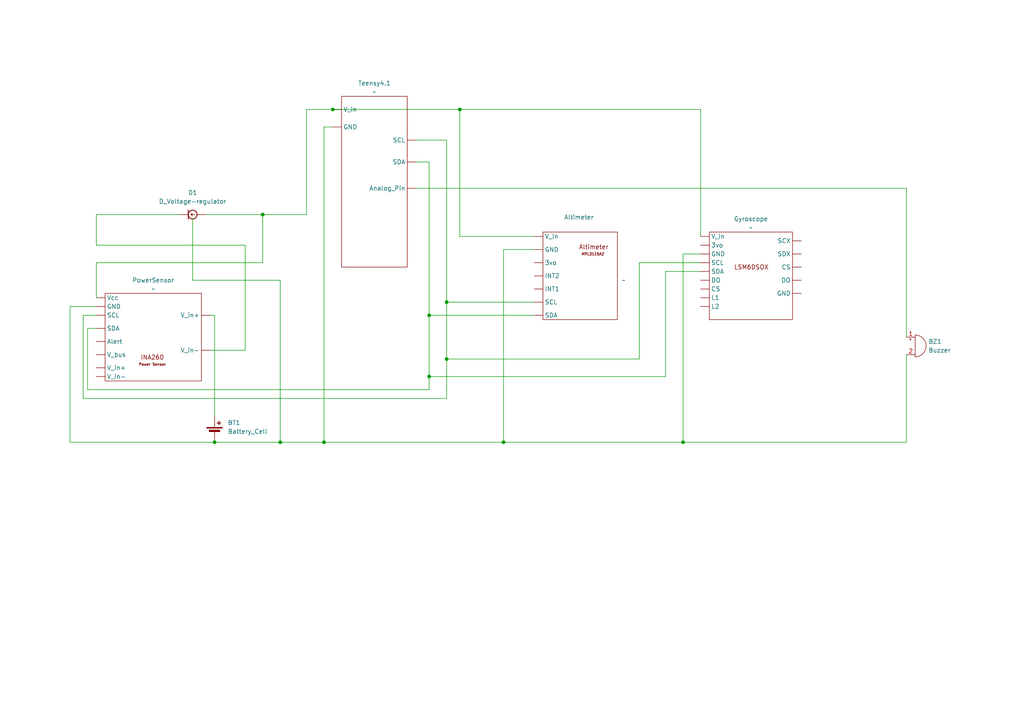
<source format=kicad_sch>
(kicad_sch
	(version 20231120)
	(generator "eeschema")
	(generator_version "8.0")
	(uuid "f433e505-9103-4541-a719-0aaf10799173")
	(paper "A4")
	(title_block
		(title "STP Schematics")
		(date "2024-10-28")
		(rev "1")
		(company "SSPL - Team Apollo")
	)
	(lib_symbols
		(symbol "Device:Battery_Cell"
			(pin_numbers hide)
			(pin_names
				(offset 0) hide)
			(exclude_from_sim no)
			(in_bom yes)
			(on_board yes)
			(property "Reference" "BT"
				(at 2.54 2.54 0)
				(effects
					(font
						(size 1.27 1.27)
					)
					(justify left)
				)
			)
			(property "Value" "Battery_Cell"
				(at 2.54 0 0)
				(effects
					(font
						(size 1.27 1.27)
					)
					(justify left)
				)
			)
			(property "Footprint" ""
				(at 0 1.524 90)
				(effects
					(font
						(size 1.27 1.27)
					)
					(hide yes)
				)
			)
			(property "Datasheet" "~"
				(at 0 1.524 90)
				(effects
					(font
						(size 1.27 1.27)
					)
					(hide yes)
				)
			)
			(property "Description" "Single-cell battery"
				(at 0 0 0)
				(effects
					(font
						(size 1.27 1.27)
					)
					(hide yes)
				)
			)
			(property "ki_keywords" "battery cell"
				(at 0 0 0)
				(effects
					(font
						(size 1.27 1.27)
					)
					(hide yes)
				)
			)
			(symbol "Battery_Cell_0_1"
				(rectangle
					(start -2.286 1.778)
					(end 2.286 1.524)
					(stroke
						(width 0)
						(type default)
					)
					(fill
						(type outline)
					)
				)
				(rectangle
					(start -1.524 1.016)
					(end 1.524 0.508)
					(stroke
						(width 0)
						(type default)
					)
					(fill
						(type outline)
					)
				)
				(polyline
					(pts
						(xy 0 0.762) (xy 0 0)
					)
					(stroke
						(width 0)
						(type default)
					)
					(fill
						(type none)
					)
				)
				(polyline
					(pts
						(xy 0 1.778) (xy 0 2.54)
					)
					(stroke
						(width 0)
						(type default)
					)
					(fill
						(type none)
					)
				)
				(polyline
					(pts
						(xy 0.762 3.048) (xy 1.778 3.048)
					)
					(stroke
						(width 0.254)
						(type default)
					)
					(fill
						(type none)
					)
				)
				(polyline
					(pts
						(xy 1.27 3.556) (xy 1.27 2.54)
					)
					(stroke
						(width 0.254)
						(type default)
					)
					(fill
						(type none)
					)
				)
			)
			(symbol "Battery_Cell_1_1"
				(pin passive line
					(at 0 5.08 270)
					(length 2.54)
					(name "+"
						(effects
							(font
								(size 1.27 1.27)
							)
						)
					)
					(number "1"
						(effects
							(font
								(size 1.27 1.27)
							)
						)
					)
				)
				(pin passive line
					(at 0 -2.54 90)
					(length 2.54)
					(name "-"
						(effects
							(font
								(size 1.27 1.27)
							)
						)
					)
					(number "2"
						(effects
							(font
								(size 1.27 1.27)
							)
						)
					)
				)
			)
		)
		(symbol "Device:Buzzer"
			(pin_names
				(offset 0.0254) hide)
			(exclude_from_sim no)
			(in_bom yes)
			(on_board yes)
			(property "Reference" "BZ"
				(at 3.81 1.27 0)
				(effects
					(font
						(size 1.27 1.27)
					)
					(justify left)
				)
			)
			(property "Value" "Buzzer"
				(at 3.81 -1.27 0)
				(effects
					(font
						(size 1.27 1.27)
					)
					(justify left)
				)
			)
			(property "Footprint" ""
				(at -0.635 2.54 90)
				(effects
					(font
						(size 1.27 1.27)
					)
					(hide yes)
				)
			)
			(property "Datasheet" "~"
				(at -0.635 2.54 90)
				(effects
					(font
						(size 1.27 1.27)
					)
					(hide yes)
				)
			)
			(property "Description" "Buzzer, polarized"
				(at 0 0 0)
				(effects
					(font
						(size 1.27 1.27)
					)
					(hide yes)
				)
			)
			(property "ki_keywords" "quartz resonator ceramic"
				(at 0 0 0)
				(effects
					(font
						(size 1.27 1.27)
					)
					(hide yes)
				)
			)
			(property "ki_fp_filters" "*Buzzer*"
				(at 0 0 0)
				(effects
					(font
						(size 1.27 1.27)
					)
					(hide yes)
				)
			)
			(symbol "Buzzer_0_1"
				(arc
					(start 0 -3.175)
					(mid 3.1612 0)
					(end 0 3.175)
					(stroke
						(width 0)
						(type default)
					)
					(fill
						(type none)
					)
				)
				(polyline
					(pts
						(xy -1.651 1.905) (xy -1.143 1.905)
					)
					(stroke
						(width 0)
						(type default)
					)
					(fill
						(type none)
					)
				)
				(polyline
					(pts
						(xy -1.397 2.159) (xy -1.397 1.651)
					)
					(stroke
						(width 0)
						(type default)
					)
					(fill
						(type none)
					)
				)
				(polyline
					(pts
						(xy 0 3.175) (xy 0 -3.175)
					)
					(stroke
						(width 0)
						(type default)
					)
					(fill
						(type none)
					)
				)
			)
			(symbol "Buzzer_1_1"
				(pin passive line
					(at -2.54 2.54 0)
					(length 2.54)
					(name "+"
						(effects
							(font
								(size 1.27 1.27)
							)
						)
					)
					(number "1"
						(effects
							(font
								(size 1.27 1.27)
							)
						)
					)
				)
				(pin passive line
					(at -2.54 -2.54 0)
					(length 2.54)
					(name "-"
						(effects
							(font
								(size 1.27 1.27)
							)
						)
					)
					(number "2"
						(effects
							(font
								(size 1.27 1.27)
							)
						)
					)
				)
			)
		)
		(symbol "Device:D_Current-regulator"
			(pin_numbers hide)
			(pin_names
				(offset 1.016) hide)
			(exclude_from_sim no)
			(in_bom yes)
			(on_board yes)
			(property "Reference" "D"
				(at 0 2.54 0)
				(effects
					(font
						(size 1.27 1.27)
					)
				)
			)
			(property "Value" "D_Current-regulator"
				(at 0 -2.54 0)
				(effects
					(font
						(size 1.27 1.27)
					)
				)
			)
			(property "Footprint" ""
				(at 0.127 0 0)
				(effects
					(font
						(size 1.27 1.27)
					)
					(hide yes)
				)
			)
			(property "Datasheet" "~"
				(at 0 0 0)
				(effects
					(font
						(size 1.27 1.27)
					)
					(hide yes)
				)
			)
			(property "Description" "Constant-current diode / current limiting diode / current regulator diode, IEC60747-3:2013"
				(at 0 0 0)
				(effects
					(font
						(size 1.27 1.27)
					)
					(hide yes)
				)
			)
			(property "ki_keywords" "diode constant-current current limit regulator"
				(at 0 0 0)
				(effects
					(font
						(size 1.27 1.27)
					)
					(hide yes)
				)
			)
			(property "ki_fp_filters" "TO-???* D_*"
				(at 0 0 0)
				(effects
					(font
						(size 1.27 1.27)
					)
					(hide yes)
				)
			)
			(symbol "D_Current-regulator_0_1"
				(polyline
					(pts
						(xy -1.27 1.27) (xy -1.27 -1.27)
					)
					(stroke
						(width 0.254)
						(type default)
					)
					(fill
						(type none)
					)
				)
			)
			(symbol "D_Current-regulator_1_1"
				(polyline
					(pts
						(xy -0.127 0) (xy 0.635 0)
					)
					(stroke
						(width 0)
						(type default)
					)
					(fill
						(type none)
					)
				)
				(polyline
					(pts
						(xy -0.127 0.254) (xy -0.635 0) (xy -0.127 -0.254) (xy -0.127 0.254)
					)
					(stroke
						(width 0)
						(type default)
					)
					(fill
						(type outline)
					)
				)
				(circle
					(center 0 0)
					(radius 1.27)
					(stroke
						(width 0.254)
						(type default)
					)
					(fill
						(type none)
					)
				)
				(pin passive line
					(at -3.81 0 0)
					(length 2.54)
					(name "K"
						(effects
							(font
								(size 1.27 1.27)
							)
						)
					)
					(number "1"
						(effects
							(font
								(size 1.27 1.27)
							)
						)
					)
				)
				(pin passive line
					(at 3.81 0 180)
					(length 2.54)
					(name "A"
						(effects
							(font
								(size 1.27 1.27)
							)
						)
					)
					(number "2"
						(effects
							(font
								(size 1.27 1.27)
							)
						)
					)
				)
			)
		)
		(symbol "Team Apollo:Adafruit_Barometric_Sensor"
			(exclude_from_sim no)
			(in_bom yes)
			(on_board yes)
			(property "Reference" "U"
				(at 1.524 -1.524 0)
				(effects
					(font
						(size 1.27 1.27)
					)
				)
			)
			(property "Value" ""
				(at 0 0 0)
				(effects
					(font
						(size 1.27 1.27)
					)
				)
			)
			(property "Footprint" ""
				(at 0 0 0)
				(effects
					(font
						(size 1.27 1.27)
					)
					(hide yes)
				)
			)
			(property "Datasheet" ""
				(at 0 0 0)
				(effects
					(font
						(size 1.27 1.27)
					)
					(hide yes)
				)
			)
			(property "Description" ""
				(at 0 0 0)
				(effects
					(font
						(size 1.27 1.27)
					)
					(hide yes)
				)
			)
			(symbol "Adafruit_Barometric_Sensor_0_1"
				(rectangle
					(start -8.89 -3.81)
					(end 12.7 -29.21)
					(stroke
						(width 0)
						(type default)
					)
					(fill
						(type none)
					)
				)
			)
			(symbol "Adafruit_Barometric_Sensor_1_1"
				(text "Altimeter"
					(at 5.842 -8.128 0)
					(effects
						(font
							(size 1.27 1.27)
						)
					)
				)
				(text "MPL3115A2"
					(at 5.588 -10.16 0)
					(effects
						(font
							(size 0.762 0.762)
						)
					)
				)
				(pin input line
					(at -11.43 -12.7 0)
					(length 2.54)
					(name "3vo"
						(effects
							(font
								(size 1.27 1.27)
							)
						)
					)
					(number ""
						(effects
							(font
								(size 1.27 1.27)
							)
						)
					)
				)
				(pin input line
					(at -11.43 -8.89 0)
					(length 2.54)
					(name "GND"
						(effects
							(font
								(size 1.27 1.27)
							)
						)
					)
					(number ""
						(effects
							(font
								(size 1.27 1.27)
							)
						)
					)
				)
				(pin input line
					(at -11.43 -20.32 0)
					(length 2.54)
					(name "INT1"
						(effects
							(font
								(size 1.27 1.27)
							)
						)
					)
					(number ""
						(effects
							(font
								(size 1.27 1.27)
							)
						)
					)
				)
				(pin input line
					(at -11.43 -16.51 0)
					(length 2.54)
					(name "INT2"
						(effects
							(font
								(size 1.27 1.27)
							)
						)
					)
					(number ""
						(effects
							(font
								(size 1.27 1.27)
							)
						)
					)
				)
				(pin input line
					(at -11.43 -24.13 0)
					(length 2.54)
					(name "SCL"
						(effects
							(font
								(size 1.27 1.27)
							)
						)
					)
					(number ""
						(effects
							(font
								(size 1.27 1.27)
							)
						)
					)
				)
				(pin input line
					(at -11.43 -27.94 0)
					(length 2.54)
					(name "SDA"
						(effects
							(font
								(size 1.27 1.27)
							)
						)
					)
					(number ""
						(effects
							(font
								(size 1.27 1.27)
							)
						)
					)
				)
				(pin input line
					(at -11.43 -5.08 0)
					(length 2.54)
					(name "V_in"
						(effects
							(font
								(size 1.27 1.27)
							)
						)
					)
					(number ""
						(effects
							(font
								(size 1.27 1.27)
							)
						)
					)
				)
			)
		)
		(symbol "Team Apollo:Adafruit_INA260"
			(exclude_from_sim no)
			(in_bom yes)
			(on_board yes)
			(property "Reference" "U"
				(at 0.762 -1.27 0)
				(effects
					(font
						(size 1.27 1.27)
					)
				)
			)
			(property "Value" ""
				(at 0 0 0)
				(effects
					(font
						(size 1.27 1.27)
					)
				)
			)
			(property "Footprint" ""
				(at 0 0 0)
				(effects
					(font
						(size 1.27 1.27)
					)
					(hide yes)
				)
			)
			(property "Datasheet" ""
				(at 0 0 0)
				(effects
					(font
						(size 1.27 1.27)
					)
					(hide yes)
				)
			)
			(property "Description" ""
				(at 0 0 0)
				(effects
					(font
						(size 1.27 1.27)
					)
					(hide yes)
				)
			)
			(symbol "Adafruit_INA260_0_1"
				(rectangle
					(start -12.7 -3.81)
					(end 15.24 -29.21)
					(stroke
						(width 0)
						(type default)
					)
					(fill
						(type none)
					)
				)
			)
			(symbol "Adafruit_INA260_1_1"
				(text "INA260"
					(at 1.016 -22.352 0)
					(effects
						(font
							(size 1.27 1.27)
						)
					)
				)
				(text "Power Sensor"
					(at 1.016 -24.384 0)
					(effects
						(font
							(size 0.762 0.762)
						)
					)
				)
				(pin input line
					(at -15.24 -17.78 0)
					(length 2.54)
					(name "Alert"
						(effects
							(font
								(size 1.27 1.27)
							)
						)
					)
					(number ""
						(effects
							(font
								(size 1.27 1.27)
							)
						)
					)
				)
				(pin input line
					(at -15.24 -7.62 0)
					(length 2.54)
					(name "GND"
						(effects
							(font
								(size 1.27 1.27)
							)
						)
					)
					(number ""
						(effects
							(font
								(size 1.27 1.27)
							)
						)
					)
				)
				(pin input line
					(at -15.24 -10.16 0)
					(length 2.54)
					(name "SCL"
						(effects
							(font
								(size 1.27 1.27)
							)
						)
					)
					(number ""
						(effects
							(font
								(size 1.27 1.27)
							)
						)
					)
				)
				(pin input line
					(at -15.24 -13.97 0)
					(length 2.54)
					(name "SDA"
						(effects
							(font
								(size 1.27 1.27)
							)
						)
					)
					(number ""
						(effects
							(font
								(size 1.27 1.27)
							)
						)
					)
				)
				(pin input line
					(at -15.24 -21.59 0)
					(length 2.54)
					(name "V_bus"
						(effects
							(font
								(size 1.27 1.27)
							)
						)
					)
					(number ""
						(effects
							(font
								(size 1.27 1.27)
							)
						)
					)
				)
				(pin input line
					(at -15.24 -25.4 0)
					(length 2.54)
					(name "V_in+"
						(effects
							(font
								(size 1.27 1.27)
							)
						)
					)
					(number ""
						(effects
							(font
								(size 1.27 1.27)
							)
						)
					)
				)
				(pin input line
					(at 17.78 -10.16 180)
					(length 2.54)
					(name "V_in+"
						(effects
							(font
								(size 1.27 1.27)
							)
						)
					)
					(number ""
						(effects
							(font
								(size 1.27 1.27)
							)
						)
					)
				)
				(pin input line
					(at -15.24 -27.94 0)
					(length 2.54)
					(name "V_in-"
						(effects
							(font
								(size 1.27 1.27)
							)
						)
					)
					(number ""
						(effects
							(font
								(size 1.27 1.27)
							)
						)
					)
				)
				(pin input line
					(at 17.78 -20.32 180)
					(length 2.54)
					(name "V_in-"
						(effects
							(font
								(size 1.27 1.27)
							)
						)
					)
					(number ""
						(effects
							(font
								(size 1.27 1.27)
							)
						)
					)
				)
				(pin input line
					(at -15.24 -5.08 0)
					(length 2.54)
					(name "Vcc"
						(effects
							(font
								(size 1.27 1.27)
							)
						)
					)
					(number ""
						(effects
							(font
								(size 1.27 1.27)
							)
						)
					)
				)
			)
		)
		(symbol "Team Apollo:Adafruit_LSM6DSOX_6_DoF_Accelerometer_and_Gyroscope_-_STEMMA_QT_/_Qwiic"
			(exclude_from_sim no)
			(in_bom yes)
			(on_board yes)
			(property "Reference" "U"
				(at 0 0 0)
				(effects
					(font
						(size 1.27 1.27)
					)
				)
			)
			(property "Value" ""
				(at 0 0 0)
				(effects
					(font
						(size 1.27 1.27)
					)
				)
			)
			(property "Footprint" ""
				(at 0 0 0)
				(effects
					(font
						(size 1.27 1.27)
					)
					(hide yes)
				)
			)
			(property "Datasheet" ""
				(at 0 0 0)
				(effects
					(font
						(size 1.27 1.27)
					)
					(hide yes)
				)
			)
			(property "Description" ""
				(at 0 0 0)
				(effects
					(font
						(size 1.27 1.27)
					)
					(hide yes)
				)
			)
			(symbol "Adafruit_LSM6DSOX_6_DoF_Accelerometer_and_Gyroscope_-_STEMMA_QT_/_Qwiic_0_1"
				(rectangle
					(start -6.35 -2.54)
					(end 17.78 -27.94)
					(stroke
						(width 0)
						(type default)
					)
					(fill
						(type none)
					)
				)
			)
			(symbol "Adafruit_LSM6DSOX_6_DoF_Accelerometer_and_Gyroscope_-_STEMMA_QT_/_Qwiic_1_1"
				(text "LSM6DSOX"
					(at 5.842 -12.7 0)
					(effects
						(font
							(size 1.27 1.27)
						)
					)
				)
				(pin input line
					(at -8.89 -6.35 0)
					(length 2.54)
					(name "3vo"
						(effects
							(font
								(size 1.27 1.27)
							)
						)
					)
					(number ""
						(effects
							(font
								(size 1.27 1.27)
							)
						)
					)
				)
				(pin input line
					(at -8.89 -19.05 0)
					(length 2.54)
					(name "CS"
						(effects
							(font
								(size 1.27 1.27)
							)
						)
					)
					(number ""
						(effects
							(font
								(size 1.27 1.27)
							)
						)
					)
				)
				(pin input line
					(at 20.32 -12.7 180)
					(length 2.54)
					(name "CS"
						(effects
							(font
								(size 1.27 1.27)
							)
						)
					)
					(number ""
						(effects
							(font
								(size 1.27 1.27)
							)
						)
					)
				)
				(pin input line
					(at -8.89 -16.51 0)
					(length 2.54)
					(name "DO"
						(effects
							(font
								(size 1.27 1.27)
							)
						)
					)
					(number ""
						(effects
							(font
								(size 1.27 1.27)
							)
						)
					)
				)
				(pin input line
					(at 20.32 -16.51 180)
					(length 2.54)
					(name "DO"
						(effects
							(font
								(size 1.27 1.27)
							)
						)
					)
					(number ""
						(effects
							(font
								(size 1.27 1.27)
							)
						)
					)
				)
				(pin input line
					(at -8.89 -8.89 0)
					(length 2.54)
					(name "GND"
						(effects
							(font
								(size 1.27 1.27)
							)
						)
					)
					(number ""
						(effects
							(font
								(size 1.27 1.27)
							)
						)
					)
				)
				(pin input line
					(at 20.32 -20.32 180)
					(length 2.54)
					(name "GND"
						(effects
							(font
								(size 1.27 1.27)
							)
						)
					)
					(number ""
						(effects
							(font
								(size 1.27 1.27)
							)
						)
					)
				)
				(pin input line
					(at -8.89 -21.59 0)
					(length 2.54)
					(name "L1"
						(effects
							(font
								(size 1.27 1.27)
							)
						)
					)
					(number ""
						(effects
							(font
								(size 1.27 1.27)
							)
						)
					)
				)
				(pin input line
					(at -8.89 -24.13 0)
					(length 2.54)
					(name "L2"
						(effects
							(font
								(size 1.27 1.27)
							)
						)
					)
					(number ""
						(effects
							(font
								(size 1.27 1.27)
							)
						)
					)
				)
				(pin input line
					(at -8.89 -11.43 0)
					(length 2.54)
					(name "SCL"
						(effects
							(font
								(size 1.27 1.27)
							)
						)
					)
					(number ""
						(effects
							(font
								(size 1.27 1.27)
							)
						)
					)
				)
				(pin input line
					(at 20.32 -5.08 180)
					(length 2.54)
					(name "SCX"
						(effects
							(font
								(size 1.27 1.27)
							)
						)
					)
					(number ""
						(effects
							(font
								(size 1.27 1.27)
							)
						)
					)
				)
				(pin input line
					(at -8.89 -13.97 0)
					(length 2.54)
					(name "SDA"
						(effects
							(font
								(size 1.27 1.27)
							)
						)
					)
					(number ""
						(effects
							(font
								(size 1.27 1.27)
							)
						)
					)
				)
				(pin input line
					(at 20.32 -8.89 180)
					(length 2.54)
					(name "SDX"
						(effects
							(font
								(size 1.27 1.27)
							)
						)
					)
					(number ""
						(effects
							(font
								(size 1.27 1.27)
							)
						)
					)
				)
				(pin input line
					(at -8.89 -3.81 0)
					(length 2.54)
					(name "V_in"
						(effects
							(font
								(size 1.27 1.27)
							)
						)
					)
					(number ""
						(effects
							(font
								(size 1.27 1.27)
							)
						)
					)
				)
			)
		)
		(symbol "Team Apollo:Teensy_4.1_Microcontroller"
			(exclude_from_sim no)
			(in_bom yes)
			(on_board yes)
			(property "Reference" "U"
				(at 0 0 0)
				(effects
					(font
						(size 1.27 1.27)
					)
				)
			)
			(property "Value" ""
				(at 0 0 0)
				(effects
					(font
						(size 1.27 1.27)
					)
				)
			)
			(property "Footprint" ""
				(at 0 0 0)
				(effects
					(font
						(size 1.27 1.27)
					)
					(hide yes)
				)
			)
			(property "Datasheet" ""
				(at 0 0 0)
				(effects
					(font
						(size 1.27 1.27)
					)
					(hide yes)
				)
			)
			(property "Description" ""
				(at 0 0 0)
				(effects
					(font
						(size 1.27 1.27)
					)
					(hide yes)
				)
			)
			(symbol "Teensy_4.1_Microcontroller_0_1"
				(rectangle
					(start -10.16 -3.81)
					(end 8.89 -53.34)
					(stroke
						(width 0)
						(type default)
					)
					(fill
						(type none)
					)
				)
			)
			(symbol "Teensy_4.1_Microcontroller_1_0"
				(pin input line
					(at -12.7 -12.7 0)
					(length 2.54)
					(name "GND"
						(effects
							(font
								(size 1.27 1.27)
							)
						)
					)
					(number ""
						(effects
							(font
								(size 1.27 1.27)
							)
						)
					)
				)
				(pin input line
					(at 11.43 -16.51 180)
					(length 2.54)
					(name "SCL"
						(effects
							(font
								(size 1.27 1.27)
							)
						)
					)
					(number ""
						(effects
							(font
								(size 1.27 1.27)
							)
						)
					)
				)
				(pin input line
					(at 11.43 -22.86 180)
					(length 2.54)
					(name "SDA"
						(effects
							(font
								(size 1.27 1.27)
							)
						)
					)
					(number ""
						(effects
							(font
								(size 1.27 1.27)
							)
						)
					)
				)
			)
			(symbol "Teensy_4.1_Microcontroller_1_1"
				(pin input line
					(at 11.43 -30.48 180)
					(length 2.54)
					(name "Analog_Pin"
						(effects
							(font
								(size 1.27 1.27)
							)
						)
					)
					(number ""
						(effects
							(font
								(size 1.27 1.27)
							)
						)
					)
				)
				(pin input line
					(at -12.7 -7.62 0)
					(length 2.54)
					(name "V_in"
						(effects
							(font
								(size 1.27 1.27)
							)
						)
					)
					(number ""
						(effects
							(font
								(size 1.27 1.27)
							)
						)
					)
				)
			)
		)
	)
	(junction
		(at 76.2 62.23)
		(diameter 0)
		(color 0 0 0 0)
		(uuid "01130524-218b-4b99-807e-442ac21e3212")
	)
	(junction
		(at 124.46 109.22)
		(diameter 0)
		(color 0 0 0 0)
		(uuid "2619ca72-6f1f-499d-a787-59c66d2d44ca")
	)
	(junction
		(at 93.98 128.27)
		(diameter 0)
		(color 0 0 0 0)
		(uuid "3c6f25fc-53e3-47d8-a30b-d141abec20c9")
	)
	(junction
		(at 133.35 31.75)
		(diameter 0)
		(color 0 0 0 0)
		(uuid "4d1c49be-ff0c-4e9e-92b6-bd6359c31576")
	)
	(junction
		(at 81.28 128.27)
		(diameter 0)
		(color 0 0 0 0)
		(uuid "677dd6dd-07ed-4434-9c35-037bef0dd878")
	)
	(junction
		(at 129.54 87.63)
		(diameter 0)
		(color 0 0 0 0)
		(uuid "69185a9a-1501-407a-a9d4-a0650f1ea97f")
	)
	(junction
		(at 96.52 31.75)
		(diameter 0)
		(color 0 0 0 0)
		(uuid "87e95195-0926-4309-adc0-9c1e0832a892")
	)
	(junction
		(at 62.23 128.27)
		(diameter 0)
		(color 0 0 0 0)
		(uuid "b347fc57-df64-4437-94f5-58466b7c34ff")
	)
	(junction
		(at 124.46 91.44)
		(diameter 0)
		(color 0 0 0 0)
		(uuid "c605c728-9e78-4eb8-ac3e-fc6c62ce1eb9")
	)
	(junction
		(at 198.12 128.27)
		(diameter 0)
		(color 0 0 0 0)
		(uuid "c8be9d62-4b6b-4706-ac2e-616429995eb4")
	)
	(junction
		(at 129.54 104.14)
		(diameter 0)
		(color 0 0 0 0)
		(uuid "c92f8e5a-6bd8-472d-acf5-dbe6db56bf54")
	)
	(junction
		(at 146.05 128.27)
		(diameter 0)
		(color 0 0 0 0)
		(uuid "eb0196f3-0d1f-4264-b185-c10adf2e8725")
	)
	(wire
		(pts
			(xy 96.52 31.75) (xy 133.35 31.75)
		)
		(stroke
			(width 0)
			(type default)
		)
		(uuid "039afd4a-ccf1-4238-b1e1-2ceb31480dbe")
	)
	(wire
		(pts
			(xy 88.9 62.23) (xy 88.9 31.75)
		)
		(stroke
			(width 0)
			(type default)
		)
		(uuid "11e52f2f-946c-4136-afd8-d607004badae")
	)
	(wire
		(pts
			(xy 88.9 31.75) (xy 96.52 31.75)
		)
		(stroke
			(width 0)
			(type default)
		)
		(uuid "13754de7-6a58-4bf9-bdb3-c03114bd093a")
	)
	(wire
		(pts
			(xy 154.94 72.39) (xy 146.05 72.39)
		)
		(stroke
			(width 0)
			(type default)
		)
		(uuid "1afd501a-1ec8-4d13-8cad-8dda0b1b8120")
	)
	(wire
		(pts
			(xy 27.94 86.36) (xy 27.94 76.2)
		)
		(stroke
			(width 0)
			(type default)
		)
		(uuid "1e2c1ff8-677c-4b29-ae2c-9f4c7337b928")
	)
	(wire
		(pts
			(xy 24.13 115.57) (xy 129.54 115.57)
		)
		(stroke
			(width 0)
			(type default)
		)
		(uuid "2110fc59-538c-4492-a93c-fea6a8ca07a0")
	)
	(wire
		(pts
			(xy 76.2 76.2) (xy 76.2 62.23)
		)
		(stroke
			(width 0)
			(type default)
		)
		(uuid "2305cb8a-03e2-42d8-8ee4-766c69846b4c")
	)
	(wire
		(pts
			(xy 198.12 73.66) (xy 198.12 128.27)
		)
		(stroke
			(width 0)
			(type default)
		)
		(uuid "2d8e3e8b-e5ae-47c2-99fe-30ea70783f9d")
	)
	(wire
		(pts
			(xy 24.13 91.44) (xy 24.13 115.57)
		)
		(stroke
			(width 0)
			(type default)
		)
		(uuid "339f897f-d8eb-4451-bd28-78c742fe7c98")
	)
	(wire
		(pts
			(xy 71.12 71.12) (xy 27.94 71.12)
		)
		(stroke
			(width 0)
			(type default)
		)
		(uuid "382e8f32-f963-403d-a7c6-59023d65a270")
	)
	(wire
		(pts
			(xy 27.94 95.25) (xy 25.4 95.25)
		)
		(stroke
			(width 0)
			(type default)
		)
		(uuid "3b8b6f56-61f2-4139-97ce-bb63e0474754")
	)
	(wire
		(pts
			(xy 203.2 76.2) (xy 185.42 76.2)
		)
		(stroke
			(width 0)
			(type default)
		)
		(uuid "3daf3147-87ff-4e32-b731-2ae44979891b")
	)
	(wire
		(pts
			(xy 124.46 91.44) (xy 124.46 109.22)
		)
		(stroke
			(width 0)
			(type default)
		)
		(uuid "402ea172-d306-4310-88f3-9ccb4bb9cbe2")
	)
	(wire
		(pts
			(xy 20.32 88.9) (xy 20.32 128.27)
		)
		(stroke
			(width 0)
			(type default)
		)
		(uuid "42613de1-b386-4363-9a50-4f8985c93df4")
	)
	(wire
		(pts
			(xy 154.94 68.58) (xy 133.35 68.58)
		)
		(stroke
			(width 0)
			(type default)
		)
		(uuid "42832d50-32b6-478e-b18d-c90a87d2ec2b")
	)
	(wire
		(pts
			(xy 193.04 78.74) (xy 193.04 109.22)
		)
		(stroke
			(width 0)
			(type default)
		)
		(uuid "4457af2f-4ee0-490a-9071-6ee4465f338a")
	)
	(wire
		(pts
			(xy 124.46 91.44) (xy 154.94 91.44)
		)
		(stroke
			(width 0)
			(type default)
		)
		(uuid "4630eef3-e728-4634-baab-54b90d68ff92")
	)
	(wire
		(pts
			(xy 71.12 101.6) (xy 71.12 71.12)
		)
		(stroke
			(width 0)
			(type default)
		)
		(uuid "4d634c7b-a70b-47dd-bd49-8253f9798235")
	)
	(wire
		(pts
			(xy 93.98 128.27) (xy 146.05 128.27)
		)
		(stroke
			(width 0)
			(type default)
		)
		(uuid "4feb9407-cfb2-431c-9372-db5510d2ed81")
	)
	(wire
		(pts
			(xy 81.28 81.28) (xy 81.28 128.27)
		)
		(stroke
			(width 0)
			(type default)
		)
		(uuid "529a5058-f028-4722-bd94-eb658d759f7b")
	)
	(wire
		(pts
			(xy 262.89 54.61) (xy 262.89 97.79)
		)
		(stroke
			(width 0)
			(type default)
		)
		(uuid "52d09523-17ed-48c7-af2f-d031bd5d6df9")
	)
	(wire
		(pts
			(xy 262.89 128.27) (xy 262.89 102.87)
		)
		(stroke
			(width 0)
			(type default)
		)
		(uuid "5385ffea-d620-4d28-9123-87023a15a861")
	)
	(wire
		(pts
			(xy 55.88 63.5) (xy 55.88 81.28)
		)
		(stroke
			(width 0)
			(type default)
		)
		(uuid "53a89858-b5ca-466d-ad3e-811913f063d4")
	)
	(wire
		(pts
			(xy 62.23 120.65) (xy 62.23 91.44)
		)
		(stroke
			(width 0)
			(type default)
		)
		(uuid "553764f5-8a3c-460e-b6c8-97bf21b9c7d3")
	)
	(wire
		(pts
			(xy 133.35 68.58) (xy 133.35 31.75)
		)
		(stroke
			(width 0)
			(type default)
		)
		(uuid "5cc1e480-8ebb-4b72-a18c-72240d486b9e")
	)
	(wire
		(pts
			(xy 60.96 101.6) (xy 71.12 101.6)
		)
		(stroke
			(width 0)
			(type default)
		)
		(uuid "6a3c2ae7-9fcc-48bd-b131-265404ebc079")
	)
	(wire
		(pts
			(xy 203.2 78.74) (xy 193.04 78.74)
		)
		(stroke
			(width 0)
			(type default)
		)
		(uuid "6fa1886b-f87d-4ad2-85b4-6946d93389ac")
	)
	(wire
		(pts
			(xy 124.46 113.03) (xy 124.46 109.22)
		)
		(stroke
			(width 0)
			(type default)
		)
		(uuid "7558b17f-1e75-4f54-ae2b-683b879b85dc")
	)
	(wire
		(pts
			(xy 185.42 104.14) (xy 129.54 104.14)
		)
		(stroke
			(width 0)
			(type default)
		)
		(uuid "79279e9a-4b3c-4c74-b943-d65061c7cf80")
	)
	(wire
		(pts
			(xy 203.2 73.66) (xy 198.12 73.66)
		)
		(stroke
			(width 0)
			(type default)
		)
		(uuid "83f90d55-5ef3-4116-8eae-9c9fe1198775")
	)
	(wire
		(pts
			(xy 120.65 46.99) (xy 124.46 46.99)
		)
		(stroke
			(width 0)
			(type default)
		)
		(uuid "841c6688-6cab-4fd8-970c-0e4c7220b7bf")
	)
	(wire
		(pts
			(xy 27.94 71.12) (xy 27.94 62.23)
		)
		(stroke
			(width 0)
			(type default)
		)
		(uuid "84da7b0c-8513-44b7-972a-6c72425955b8")
	)
	(wire
		(pts
			(xy 25.4 95.25) (xy 25.4 113.03)
		)
		(stroke
			(width 0)
			(type default)
		)
		(uuid "880f94b9-222d-47c3-96fa-5bdd190dd4e7")
	)
	(wire
		(pts
			(xy 96.52 36.83) (xy 93.98 36.83)
		)
		(stroke
			(width 0)
			(type default)
		)
		(uuid "89a84075-13b7-4ec0-9e02-381e200f9585")
	)
	(wire
		(pts
			(xy 129.54 104.14) (xy 129.54 87.63)
		)
		(stroke
			(width 0)
			(type default)
		)
		(uuid "8f0e89f3-9af4-4a1e-b8d6-494d2679cc9d")
	)
	(wire
		(pts
			(xy 93.98 36.83) (xy 93.98 128.27)
		)
		(stroke
			(width 0)
			(type default)
		)
		(uuid "91993c41-6967-4192-a107-5e8b71c3b2c7")
	)
	(wire
		(pts
			(xy 146.05 72.39) (xy 146.05 128.27)
		)
		(stroke
			(width 0)
			(type default)
		)
		(uuid "92d90ce4-f9f4-4702-a2ff-6fb97b07d29f")
	)
	(wire
		(pts
			(xy 27.94 88.9) (xy 20.32 88.9)
		)
		(stroke
			(width 0)
			(type default)
		)
		(uuid "99edafa7-0548-449a-b4ec-2c1cd5ac9857")
	)
	(wire
		(pts
			(xy 25.4 113.03) (xy 124.46 113.03)
		)
		(stroke
			(width 0)
			(type default)
		)
		(uuid "a67aa911-2e95-46f7-8211-d22db81275a9")
	)
	(wire
		(pts
			(xy 198.12 128.27) (xy 262.89 128.27)
		)
		(stroke
			(width 0)
			(type default)
		)
		(uuid "a6a2d3a1-9b4b-4e6a-9ca5-057d541b43d0")
	)
	(wire
		(pts
			(xy 146.05 128.27) (xy 198.12 128.27)
		)
		(stroke
			(width 0)
			(type default)
		)
		(uuid "a6c67f8a-fd01-48d0-bc90-5049c3e20759")
	)
	(wire
		(pts
			(xy 193.04 109.22) (xy 124.46 109.22)
		)
		(stroke
			(width 0)
			(type default)
		)
		(uuid "a75a4b90-dfe7-4404-bc6d-376399cee908")
	)
	(wire
		(pts
			(xy 185.42 76.2) (xy 185.42 104.14)
		)
		(stroke
			(width 0)
			(type default)
		)
		(uuid "a7ff42fe-a6e2-4b27-9cce-43433ce88453")
	)
	(wire
		(pts
			(xy 62.23 91.44) (xy 60.96 91.44)
		)
		(stroke
			(width 0)
			(type default)
		)
		(uuid "a88ff689-49fd-442d-9dd5-1470f16f5f08")
	)
	(wire
		(pts
			(xy 203.2 68.58) (xy 203.2 31.75)
		)
		(stroke
			(width 0)
			(type default)
		)
		(uuid "aaf9c42c-92d6-46d0-afee-8125aa80c01a")
	)
	(wire
		(pts
			(xy 59.69 62.23) (xy 76.2 62.23)
		)
		(stroke
			(width 0)
			(type default)
		)
		(uuid "ab1031ff-4d5c-48fc-a85c-ff05b1b1f9f8")
	)
	(wire
		(pts
			(xy 27.94 62.23) (xy 52.07 62.23)
		)
		(stroke
			(width 0)
			(type default)
		)
		(uuid "aeeb0546-fb30-4347-9017-6de575024dfa")
	)
	(wire
		(pts
			(xy 129.54 40.64) (xy 129.54 87.63)
		)
		(stroke
			(width 0)
			(type default)
		)
		(uuid "af7c6ede-12f9-4aba-9494-9f50f0f31656")
	)
	(wire
		(pts
			(xy 120.65 54.61) (xy 262.89 54.61)
		)
		(stroke
			(width 0)
			(type default)
		)
		(uuid "c30d729a-33e4-4ff8-bf0a-8da73e248237")
	)
	(wire
		(pts
			(xy 129.54 115.57) (xy 129.54 104.14)
		)
		(stroke
			(width 0)
			(type default)
		)
		(uuid "c826da2b-f858-4dab-8e51-accb04368a7d")
	)
	(wire
		(pts
			(xy 203.2 31.75) (xy 133.35 31.75)
		)
		(stroke
			(width 0)
			(type default)
		)
		(uuid "cd3357f5-5ca4-4896-a606-977485bfb405")
	)
	(wire
		(pts
			(xy 120.65 40.64) (xy 129.54 40.64)
		)
		(stroke
			(width 0)
			(type default)
		)
		(uuid "d0a9bfa4-e318-4094-8f88-e6d19e3a2eaa")
	)
	(wire
		(pts
			(xy 27.94 76.2) (xy 76.2 76.2)
		)
		(stroke
			(width 0)
			(type default)
		)
		(uuid "d59af708-1115-4dca-8a0b-c6a2028a5447")
	)
	(wire
		(pts
			(xy 55.88 81.28) (xy 81.28 81.28)
		)
		(stroke
			(width 0)
			(type default)
		)
		(uuid "e6061d3a-eb54-4f00-91fa-4d847af457fb")
	)
	(wire
		(pts
			(xy 27.94 91.44) (xy 24.13 91.44)
		)
		(stroke
			(width 0)
			(type default)
		)
		(uuid "e7715fab-f828-4422-b5b2-b398a528daef")
	)
	(wire
		(pts
			(xy 20.32 128.27) (xy 62.23 128.27)
		)
		(stroke
			(width 0)
			(type default)
		)
		(uuid "e8f1f6e2-a936-4c05-98c7-9cf9693d1354")
	)
	(wire
		(pts
			(xy 129.54 87.63) (xy 154.94 87.63)
		)
		(stroke
			(width 0)
			(type default)
		)
		(uuid "e97a5b94-6f5c-48b0-a084-7ea7756c01bb")
	)
	(wire
		(pts
			(xy 76.2 62.23) (xy 88.9 62.23)
		)
		(stroke
			(width 0)
			(type default)
		)
		(uuid "ed2222ff-4a15-4747-a29f-28a8ff227bf0")
	)
	(wire
		(pts
			(xy 62.23 128.27) (xy 81.28 128.27)
		)
		(stroke
			(width 0)
			(type default)
		)
		(uuid "f2ed7714-ac35-40b8-a0e0-67c3fc8286c9")
	)
	(wire
		(pts
			(xy 124.46 46.99) (xy 124.46 91.44)
		)
		(stroke
			(width 0)
			(type default)
		)
		(uuid "fac061f9-301b-4ec0-8e78-f2d620078812")
	)
	(wire
		(pts
			(xy 81.28 128.27) (xy 93.98 128.27)
		)
		(stroke
			(width 0)
			(type default)
		)
		(uuid "fe33c32f-e079-4320-8df7-31186d088df9")
	)
	(symbol
		(lib_id "Team Apollo:Adafruit_LSM6DSOX_6_DoF_Accelerometer_and_Gyroscope_-_STEMMA_QT_/_Qwiic")
		(at 212.09 64.77 0)
		(unit 1)
		(exclude_from_sim no)
		(in_bom yes)
		(on_board yes)
		(dnp no)
		(fields_autoplaced yes)
		(uuid "009e284b-b165-45bc-a621-db3409b3854e")
		(property "Reference" "Gyroscope"
			(at 217.805 63.5 0)
			(effects
				(font
					(size 1.27 1.27)
				)
			)
		)
		(property "Value" "~"
			(at 217.805 66.04 0)
			(effects
				(font
					(size 1.27 1.27)
				)
			)
		)
		(property "Footprint" ""
			(at 212.09 64.77 0)
			(effects
				(font
					(size 1.27 1.27)
				)
				(hide yes)
			)
		)
		(property "Datasheet" ""
			(at 212.09 64.77 0)
			(effects
				(font
					(size 1.27 1.27)
				)
				(hide yes)
			)
		)
		(property "Description" ""
			(at 212.09 64.77 0)
			(effects
				(font
					(size 1.27 1.27)
				)
				(hide yes)
			)
		)
		(pin ""
			(uuid "fb44f597-310e-4a65-80bc-0d4fcd8f121f")
		)
		(pin ""
			(uuid "5ec8896d-4cb1-47ae-be71-bd3888832770")
		)
		(pin ""
			(uuid "c2026c30-e3e8-4d84-ab6c-f32999c86e7f")
		)
		(pin ""
			(uuid "e66b6ccf-f9d8-4de4-bdc6-14a7ae5f0368")
		)
		(pin ""
			(uuid "4e279299-125a-44e6-8645-6e0a10010f28")
		)
		(pin ""
			(uuid "35b9cafc-7fb7-4962-9b0a-bc0b116dd909")
		)
		(pin ""
			(uuid "77a9e6d9-b150-4094-b4dd-b2cbbc290ec4")
		)
		(pin ""
			(uuid "8a20d495-1bbb-49a5-a63f-b3850beb3862")
		)
		(pin ""
			(uuid "cf032821-a0d0-47ee-a76a-6ca2947333b9")
		)
		(pin ""
			(uuid "b24f5e92-69f0-4a8c-846e-fc31fa9b9acf")
		)
		(pin ""
			(uuid "4726e212-761d-4f70-a64b-b0d41f36a0a0")
		)
		(pin ""
			(uuid "893fa118-22c0-432f-b493-df5ad2603da3")
		)
		(pin ""
			(uuid "7987b60d-5ca4-42e6-ba5e-3689ad96ae20")
		)
		(pin ""
			(uuid "58b1889b-0f92-4e12-8cd8-a16f2a85b2e5")
		)
		(instances
			(project ""
				(path "/f433e505-9103-4541-a719-0aaf10799173"
					(reference "Gyroscope")
					(unit 1)
				)
			)
		)
	)
	(symbol
		(lib_id "Team Apollo:Adafruit_INA260")
		(at 43.18 81.28 0)
		(unit 1)
		(exclude_from_sim no)
		(in_bom yes)
		(on_board yes)
		(dnp no)
		(fields_autoplaced yes)
		(uuid "05afa99a-c68b-45f8-bfca-43f26079b223")
		(property "Reference" "PowerSensor"
			(at 44.45 81.28 0)
			(effects
				(font
					(size 1.27 1.27)
				)
			)
		)
		(property "Value" "~"
			(at 44.45 83.82 0)
			(effects
				(font
					(size 1.27 1.27)
				)
			)
		)
		(property "Footprint" ""
			(at 43.18 81.28 0)
			(effects
				(font
					(size 1.27 1.27)
				)
				(hide yes)
			)
		)
		(property "Datasheet" ""
			(at 43.18 81.28 0)
			(effects
				(font
					(size 1.27 1.27)
				)
				(hide yes)
			)
		)
		(property "Description" ""
			(at 43.18 81.28 0)
			(effects
				(font
					(size 1.27 1.27)
				)
				(hide yes)
			)
		)
		(pin ""
			(uuid "a74dc79d-66ca-401a-88db-a24bca0482b2")
		)
		(pin ""
			(uuid "a5f6d79c-1211-48fe-926f-2e9ddcdaaccf")
		)
		(pin ""
			(uuid "f648cb2a-06fa-4283-ba40-c64ef738f189")
		)
		(pin ""
			(uuid "b536a795-1765-4800-adb6-ef60bd532052")
		)
		(pin ""
			(uuid "9619a6c1-0af9-4ce5-9552-b495c087530a")
		)
		(pin ""
			(uuid "f3ce8464-1c8e-4b9d-8135-cd6171292ffc")
		)
		(pin ""
			(uuid "85d4680b-ce5c-4484-85d8-150116ee9beb")
		)
		(pin ""
			(uuid "bb4d6a42-fbd8-4d57-a56a-14465a6d58ee")
		)
		(pin ""
			(uuid "83857462-0a76-4694-a355-e0e61cdfdf4f")
		)
		(pin ""
			(uuid "cbef4ded-3bca-43fc-bc91-b04cce10b737")
		)
		(instances
			(project ""
				(path "/f433e505-9103-4541-a719-0aaf10799173"
					(reference "PowerSensor")
					(unit 1)
				)
			)
		)
	)
	(symbol
		(lib_id "Team Apollo:Adafruit_Barometric_Sensor")
		(at 166.37 63.5 0)
		(unit 1)
		(exclude_from_sim no)
		(in_bom yes)
		(on_board yes)
		(dnp no)
		(uuid "137d6339-e239-4dcc-b6ad-962d6991aaaa")
		(property "Reference" "Altimeter"
			(at 163.576 62.992 0)
			(effects
				(font
					(size 1.27 1.27)
				)
				(justify left)
			)
		)
		(property "Value" "~"
			(at 180.34 81.28 0)
			(effects
				(font
					(size 1.27 1.27)
				)
				(justify left)
			)
		)
		(property "Footprint" ""
			(at 166.37 63.5 0)
			(effects
				(font
					(size 1.27 1.27)
				)
				(hide yes)
			)
		)
		(property "Datasheet" ""
			(at 166.37 63.5 0)
			(effects
				(font
					(size 1.27 1.27)
				)
				(hide yes)
			)
		)
		(property "Description" ""
			(at 166.37 63.5 0)
			(effects
				(font
					(size 1.27 1.27)
				)
				(hide yes)
			)
		)
		(pin ""
			(uuid "034f245c-d988-4e4e-a067-34f8f8e0dd17")
		)
		(pin ""
			(uuid "bc8fe67b-3840-4e96-9207-90195f0db369")
		)
		(pin ""
			(uuid "5a166a61-039b-42bb-b6d6-2e4f2392b872")
		)
		(pin ""
			(uuid "c9a6415a-b68c-4d3e-a233-50133d96776e")
		)
		(pin ""
			(uuid "92d46466-128c-4969-94a5-fdc396c527f1")
		)
		(pin ""
			(uuid "585e1b96-90e0-47bb-8f13-b73c6e86e737")
		)
		(pin ""
			(uuid "2db4d94c-26e0-4f37-8558-5448180ec746")
		)
		(instances
			(project ""
				(path "/f433e505-9103-4541-a719-0aaf10799173"
					(reference "Altimeter")
					(unit 1)
				)
			)
		)
	)
	(symbol
		(lib_id "Device:D_Current-regulator")
		(at 55.88 62.23 0)
		(unit 1)
		(exclude_from_sim no)
		(in_bom yes)
		(on_board yes)
		(dnp no)
		(fields_autoplaced yes)
		(uuid "24240bf1-f90f-448b-ace9-5ccba043e374")
		(property "Reference" "D1"
			(at 55.88 55.88 0)
			(effects
				(font
					(size 1.27 1.27)
				)
			)
		)
		(property "Value" "D_Voltage-regulator"
			(at 55.88 58.42 0)
			(effects
				(font
					(size 1.27 1.27)
				)
			)
		)
		(property "Footprint" ""
			(at 56.007 62.23 0)
			(effects
				(font
					(size 1.27 1.27)
				)
				(hide yes)
			)
		)
		(property "Datasheet" "~"
			(at 55.88 62.23 0)
			(effects
				(font
					(size 1.27 1.27)
				)
				(hide yes)
			)
		)
		(property "Description" "Constant-current diode / current limiting diode / current regulator diode, IEC60747-3:2013"
			(at 55.88 62.23 0)
			(effects
				(font
					(size 1.27 1.27)
				)
				(hide yes)
			)
		)
		(pin "1"
			(uuid "5117b1ec-c2eb-46a8-9dc1-04b523dd0aec")
		)
		(pin "2"
			(uuid "d2a99207-f723-4742-a4c3-e85b328c319d")
		)
		(instances
			(project ""
				(path "/f433e505-9103-4541-a719-0aaf10799173"
					(reference "D1")
					(unit 1)
				)
			)
		)
	)
	(symbol
		(lib_id "Device:Buzzer")
		(at 265.43 100.33 0)
		(unit 1)
		(exclude_from_sim no)
		(in_bom yes)
		(on_board yes)
		(dnp no)
		(fields_autoplaced yes)
		(uuid "404b4e91-bebf-4cf6-afcf-33b7e8c0ae23")
		(property "Reference" "BZ1"
			(at 269.24 99.0599 0)
			(effects
				(font
					(size 1.27 1.27)
				)
				(justify left)
			)
		)
		(property "Value" "Buzzer"
			(at 269.24 101.5999 0)
			(effects
				(font
					(size 1.27 1.27)
				)
				(justify left)
			)
		)
		(property "Footprint" ""
			(at 264.795 97.79 90)
			(effects
				(font
					(size 1.27 1.27)
				)
				(hide yes)
			)
		)
		(property "Datasheet" "~"
			(at 264.795 97.79 90)
			(effects
				(font
					(size 1.27 1.27)
				)
				(hide yes)
			)
		)
		(property "Description" "Buzzer, polarized"
			(at 265.43 100.33 0)
			(effects
				(font
					(size 1.27 1.27)
				)
				(hide yes)
			)
		)
		(pin "1"
			(uuid "b9467d3e-18f8-4ffe-99dc-376b9e02c2be")
		)
		(pin "2"
			(uuid "1fe3e66f-7169-4271-9a9d-62807755a33c")
		)
		(instances
			(project ""
				(path "/f433e505-9103-4541-a719-0aaf10799173"
					(reference "BZ1")
					(unit 1)
				)
			)
		)
	)
	(symbol
		(lib_id "Device:Battery_Cell")
		(at 62.23 125.73 0)
		(unit 1)
		(exclude_from_sim no)
		(in_bom yes)
		(on_board yes)
		(dnp no)
		(fields_autoplaced yes)
		(uuid "48a8dd44-a858-4438-a0c6-30f27400a125")
		(property "Reference" "BT1"
			(at 66.04 122.6184 0)
			(effects
				(font
					(size 1.27 1.27)
				)
				(justify left)
			)
		)
		(property "Value" "Battery_Cell"
			(at 66.04 125.1584 0)
			(effects
				(font
					(size 1.27 1.27)
				)
				(justify left)
			)
		)
		(property "Footprint" ""
			(at 62.23 124.206 90)
			(effects
				(font
					(size 1.27 1.27)
				)
				(hide yes)
			)
		)
		(property "Datasheet" "~"
			(at 62.23 124.206 90)
			(effects
				(font
					(size 1.27 1.27)
				)
				(hide yes)
			)
		)
		(property "Description" "Single-cell battery"
			(at 62.23 125.73 0)
			(effects
				(font
					(size 1.27 1.27)
				)
				(hide yes)
			)
		)
		(pin "2"
			(uuid "32a75681-4c34-4548-a588-655e4b750d9d")
		)
		(pin "1"
			(uuid "d75c183c-8946-427d-96fe-cd459980c6fe")
		)
		(instances
			(project ""
				(path "/f433e505-9103-4541-a719-0aaf10799173"
					(reference "BT1")
					(unit 1)
				)
			)
		)
	)
	(symbol
		(lib_id "Team Apollo:Teensy_4.1_Microcontroller")
		(at 109.22 24.13 0)
		(unit 1)
		(exclude_from_sim no)
		(in_bom yes)
		(on_board yes)
		(dnp no)
		(fields_autoplaced yes)
		(uuid "55cb631a-a213-404c-8f98-c73c8b1b0380")
		(property "Reference" "Teensy4.1"
			(at 108.585 24.13 0)
			(effects
				(font
					(size 1.27 1.27)
				)
			)
		)
		(property "Value" "~"
			(at 108.585 26.67 0)
			(effects
				(font
					(size 1.27 1.27)
				)
			)
		)
		(property "Footprint" ""
			(at 109.22 24.13 0)
			(effects
				(font
					(size 1.27 1.27)
				)
				(hide yes)
			)
		)
		(property "Datasheet" ""
			(at 109.22 24.13 0)
			(effects
				(font
					(size 1.27 1.27)
				)
				(hide yes)
			)
		)
		(property "Description" ""
			(at 109.22 24.13 0)
			(effects
				(font
					(size 1.27 1.27)
				)
				(hide yes)
			)
		)
		(pin ""
			(uuid "470a3cf9-35f6-494e-b2d5-401eae250407")
		)
		(pin ""
			(uuid "fbd4da3b-11f7-4363-9a8d-0af9147d7146")
		)
		(pin ""
			(uuid "29fb9bb4-5ce4-47ca-8953-5e2367647e7b")
		)
		(pin ""
			(uuid "85ab31b7-4dfe-4390-a6f3-87677168cfae")
		)
		(pin ""
			(uuid "2af54828-ba11-4cc7-a73c-0ae91c5c2b37")
		)
		(instances
			(project ""
				(path "/f433e505-9103-4541-a719-0aaf10799173"
					(reference "Teensy4.1")
					(unit 1)
				)
			)
		)
	)
	(sheet_instances
		(path "/"
			(page "1")
		)
	)
)

</source>
